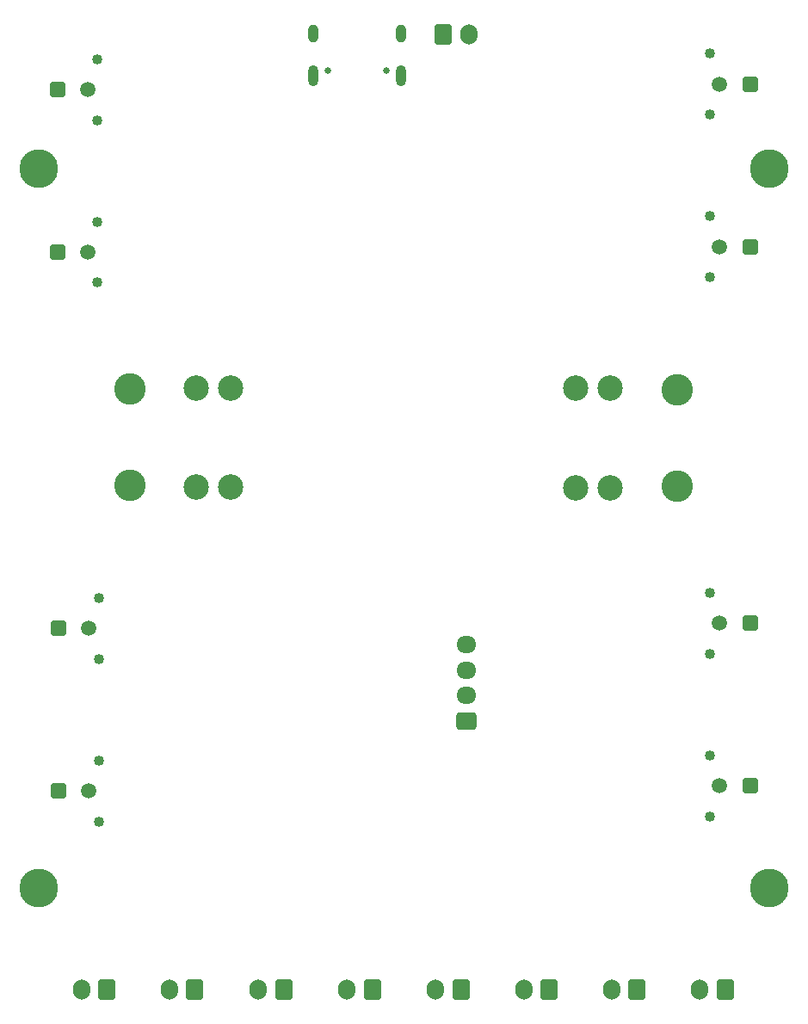
<source format=gbr>
%TF.GenerationSoftware,KiCad,Pcbnew,9.0.3-9.0.3-0~ubuntu24.04.1*%
%TF.CreationDate,2025-08-15T16:19:56-04:00*%
%TF.ProjectId,power distribution,706f7765-7220-4646-9973-747269627574,rev?*%
%TF.SameCoordinates,Original*%
%TF.FileFunction,Soldermask,Bot*%
%TF.FilePolarity,Negative*%
%FSLAX46Y46*%
G04 Gerber Fmt 4.6, Leading zero omitted, Abs format (unit mm)*
G04 Created by KiCad (PCBNEW 9.0.3-9.0.3-0~ubuntu24.04.1) date 2025-08-15 16:19:56*
%MOMM*%
%LPD*%
G01*
G04 APERTURE LIST*
G04 Aperture macros list*
%AMRoundRect*
0 Rectangle with rounded corners*
0 $1 Rounding radius*
0 $2 $3 $4 $5 $6 $7 $8 $9 X,Y pos of 4 corners*
0 Add a 4 corners polygon primitive as box body*
4,1,4,$2,$3,$4,$5,$6,$7,$8,$9,$2,$3,0*
0 Add four circle primitives for the rounded corners*
1,1,$1+$1,$2,$3*
1,1,$1+$1,$4,$5*
1,1,$1+$1,$6,$7*
1,1,$1+$1,$8,$9*
0 Add four rect primitives between the rounded corners*
20,1,$1+$1,$2,$3,$4,$5,0*
20,1,$1+$1,$4,$5,$6,$7,0*
20,1,$1+$1,$6,$7,$8,$9,0*
20,1,$1+$1,$8,$9,$2,$3,0*%
G04 Aperture macros list end*
%ADD10C,1.020000*%
%ADD11RoundRect,0.250001X0.499999X-0.499999X0.499999X0.499999X-0.499999X0.499999X-0.499999X-0.499999X0*%
%ADD12C,1.500000*%
%ADD13C,3.800000*%
%ADD14C,3.100000*%
%ADD15RoundRect,0.250001X-0.499999X0.499999X-0.499999X-0.499999X0.499999X-0.499999X0.499999X0.499999X0*%
%ADD16RoundRect,0.250000X0.600000X0.750000X-0.600000X0.750000X-0.600000X-0.750000X0.600000X-0.750000X0*%
%ADD17O,1.700000X2.000000*%
%ADD18RoundRect,0.250000X0.725000X-0.600000X0.725000X0.600000X-0.725000X0.600000X-0.725000X-0.600000X0*%
%ADD19O,1.950000X1.700000*%
%ADD20C,2.500000*%
%ADD21C,0.650000*%
%ADD22O,1.000000X2.100000*%
%ADD23O,1.000000X1.800000*%
%ADD24RoundRect,0.250000X-0.600000X-0.750000X0.600000X-0.750000X0.600000X0.750000X-0.600000X0.750000X0*%
G04 APERTURE END LIST*
D10*
%TO.C,J2*%
X98714010Y-23460000D03*
X98714010Y-17460000D03*
D11*
X94774010Y-20460000D03*
D12*
X97774010Y-20460000D03*
%TD*%
D13*
%TO.C,M2*%
X164800000Y-99000000D03*
%TD*%
D14*
%TO.C,J17*%
X101884010Y-49940000D03*
X101884010Y-59440000D03*
%TD*%
D13*
%TO.C,M2*%
X164800000Y-28200000D03*
%TD*%
D10*
%TO.C,J13*%
X158975000Y-16930000D03*
X158975000Y-22930000D03*
D15*
X162915000Y-19930000D03*
D12*
X159915000Y-19930000D03*
%TD*%
D10*
%TO.C,J3*%
X158975000Y-85980000D03*
X158975000Y-91980000D03*
D15*
X162915000Y-88980000D03*
D12*
X159915000Y-88980000D03*
%TD*%
D16*
%TO.C,J14*%
X108270000Y-109000000D03*
D17*
X105770000Y-109000000D03*
%TD*%
D16*
%TO.C,J15*%
X143130000Y-109000000D03*
D17*
X140630000Y-109000000D03*
%TD*%
D16*
%TO.C,J10*%
X99645000Y-109000000D03*
D17*
X97145000Y-109000000D03*
%TD*%
D10*
%TO.C,J19*%
X158975000Y-32930000D03*
X158975000Y-38930000D03*
D15*
X162915000Y-35930000D03*
D12*
X159915000Y-35930000D03*
%TD*%
D16*
%TO.C,J22*%
X125740000Y-109000000D03*
D17*
X123240000Y-109000000D03*
%TD*%
D16*
%TO.C,J20*%
X117020000Y-109000000D03*
D17*
X114520000Y-109000000D03*
%TD*%
D16*
%TO.C,J11*%
X134460000Y-109000000D03*
D17*
X131960000Y-109000000D03*
%TD*%
D18*
%TO.C,J4*%
X135000000Y-82600000D03*
D19*
X135000000Y-80100000D03*
X135000000Y-77600000D03*
X135000000Y-75100000D03*
%TD*%
D10*
%TO.C,J1*%
X158975000Y-69980000D03*
X158975000Y-75980000D03*
D15*
X162915000Y-72980000D03*
D12*
X159915000Y-72980000D03*
%TD*%
D13*
%TO.C,M2*%
X92900000Y-28200000D03*
%TD*%
D20*
%TO.C,F2*%
X111834010Y-49800000D03*
X108434010Y-49800000D03*
X111834010Y-59600000D03*
X108434010Y-59600000D03*
%TD*%
D13*
%TO.C,M2*%
X92900000Y-99000000D03*
%TD*%
D10*
%TO.C,J6*%
X98804010Y-76480000D03*
X98804010Y-70480000D03*
D11*
X94864010Y-73480000D03*
D12*
X97864010Y-73480000D03*
%TD*%
D10*
%TO.C,J9*%
X98804010Y-92480000D03*
X98804010Y-86480000D03*
D11*
X94864010Y-89480000D03*
D12*
X97864010Y-89480000D03*
%TD*%
D20*
%TO.C,F3*%
X145750000Y-59650000D03*
X149150000Y-59650000D03*
X145750000Y-49850000D03*
X149150000Y-49850000D03*
%TD*%
D16*
%TO.C,J23*%
X160470000Y-109000000D03*
D17*
X157970000Y-109000000D03*
%TD*%
D21*
%TO.C,J8*%
X127140000Y-18605000D03*
X121360000Y-18605000D03*
D22*
X128570000Y-19125000D03*
D23*
X128570000Y-14925000D03*
D22*
X119930000Y-19125000D03*
D23*
X119930000Y-14925000D03*
%TD*%
D14*
%TO.C,J18*%
X155750000Y-59500000D03*
X155750000Y-50000000D03*
%TD*%
D10*
%TO.C,J5*%
X98714010Y-39460000D03*
X98714010Y-33460000D03*
D11*
X94774010Y-36460000D03*
D12*
X97774010Y-36460000D03*
%TD*%
D24*
%TO.C,J7*%
X132750000Y-15000000D03*
D17*
X135250000Y-15000000D03*
%TD*%
D16*
%TO.C,J21*%
X151800000Y-109000000D03*
D17*
X149300000Y-109000000D03*
%TD*%
M02*

</source>
